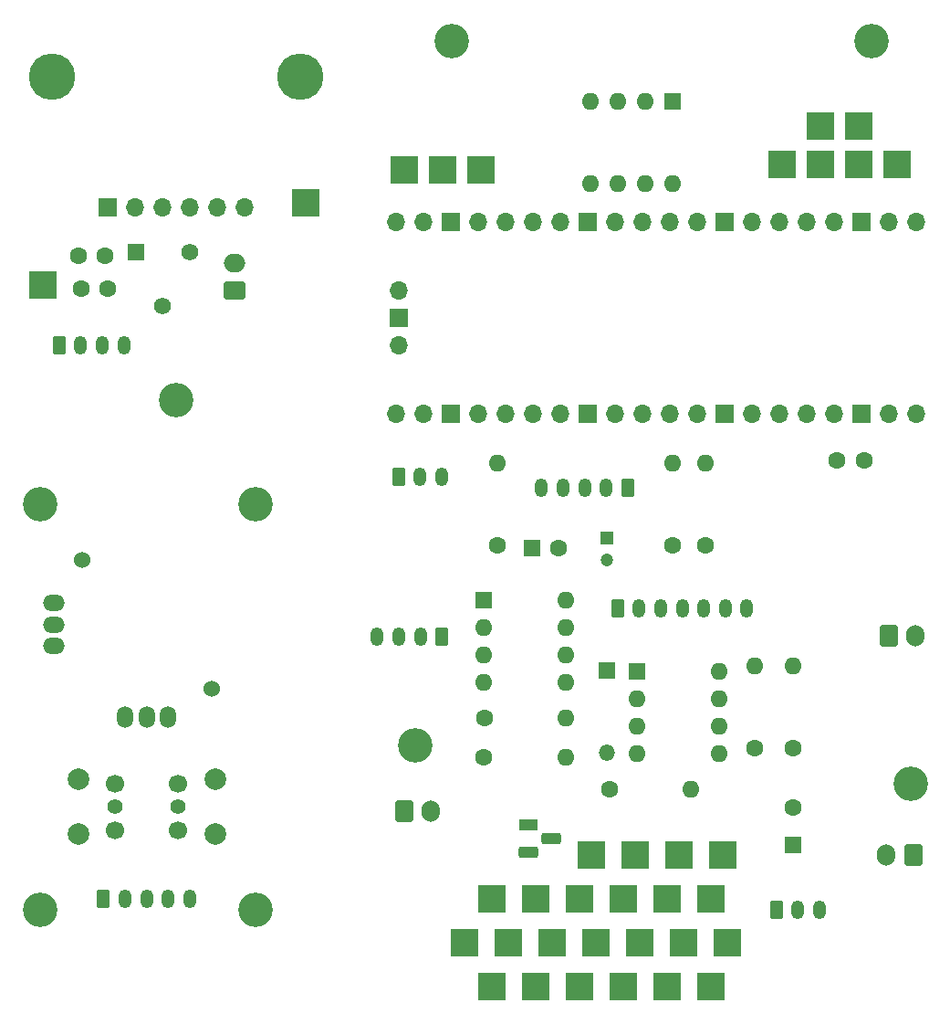
<source format=gbs>
%TF.GenerationSoftware,KiCad,Pcbnew,6.0.11+dfsg-1~bpo11+1*%
%TF.CreationDate,2025-04-08T22:30:36+02:00*%
%TF.ProjectId,v4d2_pico,76346432-5f70-4696-936f-2e6b69636164,rev?*%
%TF.SameCoordinates,Original*%
%TF.FileFunction,Soldermask,Bot*%
%TF.FilePolarity,Negative*%
%FSLAX46Y46*%
G04 Gerber Fmt 4.6, Leading zero omitted, Abs format (unit mm)*
G04 Created by KiCad (PCBNEW 6.0.11+dfsg-1~bpo11+1) date 2025-04-08 22:30:36*
%MOMM*%
%LPD*%
G01*
G04 APERTURE LIST*
G04 Aperture macros list*
%AMRoundRect*
0 Rectangle with rounded corners*
0 $1 Rounding radius*
0 $2 $3 $4 $5 $6 $7 $8 $9 X,Y pos of 4 corners*
0 Add a 4 corners polygon primitive as box body*
4,1,4,$2,$3,$4,$5,$6,$7,$8,$9,$2,$3,0*
0 Add four circle primitives for the rounded corners*
1,1,$1+$1,$2,$3*
1,1,$1+$1,$4,$5*
1,1,$1+$1,$6,$7*
1,1,$1+$1,$8,$9*
0 Add four rect primitives between the rounded corners*
20,1,$1+$1,$2,$3,$4,$5,0*
20,1,$1+$1,$4,$5,$6,$7,0*
20,1,$1+$1,$6,$7,$8,$9,0*
20,1,$1+$1,$8,$9,$2,$3,0*%
G04 Aperture macros list end*
%ADD10C,1.600000*%
%ADD11O,1.600000X1.600000*%
%ADD12R,1.600000X1.600000*%
%ADD13R,2.500000X2.500000*%
%ADD14RoundRect,0.250000X0.350000X0.625000X-0.350000X0.625000X-0.350000X-0.625000X0.350000X-0.625000X0*%
%ADD15O,1.200000X1.750000*%
%ADD16RoundRect,0.250000X-0.350000X-0.625000X0.350000X-0.625000X0.350000X0.625000X-0.350000X0.625000X0*%
%ADD17C,3.200000*%
%ADD18O,1.700000X1.700000*%
%ADD19R,1.700000X1.700000*%
%ADD20RoundRect,0.250000X-0.600000X-0.750000X0.600000X-0.750000X0.600000X0.750000X-0.600000X0.750000X0*%
%ADD21O,1.700000X2.000000*%
%ADD22R,1.500000X1.500000*%
%ADD23O,1.500000X1.500000*%
%ADD24RoundRect,0.250000X0.750000X-0.600000X0.750000X0.600000X-0.750000X0.600000X-0.750000X-0.600000X0*%
%ADD25O,2.000000X1.700000*%
%ADD26C,1.700000*%
%ADD27C,1.400000*%
%ADD28C,2.000000*%
%ADD29C,1.524000*%
%ADD30O,1.524000X2.000000*%
%ADD31O,2.000000X1.524000*%
%ADD32C,4.300000*%
%ADD33R,1.560000X1.560000*%
%ADD34C,1.560000*%
%ADD35R,1.800000X1.100000*%
%ADD36RoundRect,0.275000X-0.625000X0.275000X-0.625000X-0.275000X0.625000X-0.275000X0.625000X0.275000X0*%
%ADD37R,1.200000X1.200000*%
%ADD38C,1.200000*%
%ADD39RoundRect,0.250000X0.600000X0.750000X-0.600000X0.750000X-0.600000X-0.750000X0.600000X-0.750000X0*%
G04 APERTURE END LIST*
D10*
X213614000Y-84074000D03*
D11*
X221114000Y-84074000D03*
D12*
X217975000Y-68326000D03*
D10*
X220475000Y-68326000D03*
X246293000Y-60198000D03*
X248793000Y-60198000D03*
D13*
X222377000Y-100838000D03*
X227605000Y-96774000D03*
X234569000Y-100838000D03*
X234569000Y-108966000D03*
X222377000Y-108966000D03*
X223901000Y-104902000D03*
X223541000Y-96774000D03*
X230505000Y-100838000D03*
X214249000Y-108966000D03*
X235733000Y-96774000D03*
X232029000Y-104902000D03*
X236093000Y-104902000D03*
X214249000Y-100838000D03*
X231669000Y-96774000D03*
X226441000Y-100838000D03*
X218313000Y-108966000D03*
X211709000Y-104902000D03*
X230505000Y-108966000D03*
X227965000Y-104902000D03*
X215773000Y-104902000D03*
X218313000Y-100838000D03*
X226441000Y-108966000D03*
X219837000Y-104902000D03*
X206121000Y-33274000D03*
X209677000Y-33274000D03*
X213233000Y-33274000D03*
D12*
X242189000Y-95886700D03*
D10*
X242189000Y-92386700D03*
D14*
X226885000Y-62780000D03*
D15*
X224885000Y-62780000D03*
X222885000Y-62780000D03*
X220885000Y-62780000D03*
X218885000Y-62780000D03*
D16*
X225933000Y-73914000D03*
D15*
X227933000Y-73914000D03*
X229933000Y-73914000D03*
X231933000Y-73914000D03*
X233933000Y-73914000D03*
X235933000Y-73914000D03*
X237933000Y-73914000D03*
D16*
X205613000Y-61722000D03*
D15*
X207613000Y-61722000D03*
X209613000Y-61722000D03*
D13*
X244729000Y-29210000D03*
X244729000Y-32766000D03*
X248285000Y-29210000D03*
X248285000Y-32766000D03*
X241173000Y-32766000D03*
X251841000Y-32766000D03*
D17*
X249472000Y-21399500D03*
X210534000Y-21399500D03*
D10*
X234061000Y-68072000D03*
D11*
X234061000Y-60452000D03*
D10*
X213487000Y-87757000D03*
D11*
X221107000Y-87757000D03*
D10*
X214757000Y-68072000D03*
D11*
X214757000Y-60452000D03*
D18*
X253635000Y-38100000D03*
X251095000Y-38100000D03*
D19*
X248555000Y-38100000D03*
D18*
X246015000Y-38100000D03*
X243475000Y-38100000D03*
X240935000Y-38100000D03*
X238395000Y-38100000D03*
D19*
X235855000Y-38100000D03*
D18*
X233315000Y-38100000D03*
X230775000Y-38100000D03*
X228235000Y-38100000D03*
X225695000Y-38100000D03*
D19*
X223155000Y-38100000D03*
D18*
X220615000Y-38100000D03*
X218075000Y-38100000D03*
X215535000Y-38100000D03*
X212995000Y-38100000D03*
D19*
X210455000Y-38100000D03*
D18*
X207915000Y-38100000D03*
X205375000Y-38100000D03*
X205375000Y-55880000D03*
X207915000Y-55880000D03*
D19*
X210455000Y-55880000D03*
D18*
X212995000Y-55880000D03*
X215535000Y-55880000D03*
X218075000Y-55880000D03*
X220615000Y-55880000D03*
D19*
X223155000Y-55880000D03*
D18*
X225695000Y-55880000D03*
X228235000Y-55880000D03*
X230775000Y-55880000D03*
X233315000Y-55880000D03*
D19*
X235855000Y-55880000D03*
D18*
X238395000Y-55880000D03*
X240935000Y-55880000D03*
X243475000Y-55880000D03*
X246015000Y-55880000D03*
D19*
X248555000Y-55880000D03*
D18*
X251095000Y-55880000D03*
X253635000Y-55880000D03*
X205605000Y-44450000D03*
D19*
X205605000Y-46990000D03*
D18*
X205605000Y-49530000D03*
D17*
X172343000Y-101878000D03*
D12*
X213497000Y-73162000D03*
D11*
X213497000Y-75702000D03*
X213497000Y-78242000D03*
X213497000Y-80782000D03*
X221117000Y-80782000D03*
X221117000Y-78242000D03*
X221117000Y-75702000D03*
X221117000Y-73162000D03*
D17*
X207137000Y-86614000D03*
D12*
X231003000Y-26934000D03*
D11*
X228463000Y-26934000D03*
X225923000Y-26934000D03*
X223383000Y-26934000D03*
X223383000Y-34554000D03*
X225923000Y-34554000D03*
X228463000Y-34554000D03*
X231003000Y-34554000D03*
D20*
X206121000Y-92710000D03*
D21*
X208621000Y-92710000D03*
D10*
X178649000Y-44296000D03*
X176149000Y-44296000D03*
X238633000Y-86868000D03*
D11*
X238633000Y-79248000D03*
D16*
X240665000Y-101854000D03*
D15*
X242665000Y-101854000D03*
X244665000Y-101854000D03*
D12*
X227721000Y-79766000D03*
D11*
X227721000Y-82306000D03*
X227721000Y-84846000D03*
X227721000Y-87386000D03*
X235341000Y-87386000D03*
X235341000Y-84846000D03*
X235341000Y-82306000D03*
X235341000Y-79766000D03*
D17*
X184969000Y-54638000D03*
D22*
X224917000Y-79751000D03*
D23*
X224917000Y-87371000D03*
D16*
X178245000Y-100838000D03*
D15*
X180245000Y-100838000D03*
X182245000Y-100838000D03*
X184245000Y-100838000D03*
X186245000Y-100838000D03*
D13*
X196977000Y-36322000D03*
D24*
X190373000Y-44450000D03*
D25*
X190373000Y-41950000D03*
D13*
X172593000Y-43942000D03*
D17*
X253111000Y-90170000D03*
D26*
X185195000Y-90186000D03*
D27*
X185195000Y-92336000D03*
D26*
X179295000Y-90186000D03*
D28*
X175895000Y-89796000D03*
X188595000Y-89796000D03*
D26*
X179295000Y-94486000D03*
D28*
X188595000Y-94876000D03*
D27*
X179295000Y-92336000D03*
D28*
X175895000Y-94876000D03*
D26*
X185195000Y-94486000D03*
D29*
X176245000Y-69446000D03*
X188245000Y-81446000D03*
D30*
X180245000Y-84046000D03*
X182245000Y-84046000D03*
X184245000Y-84046000D03*
D31*
X173645000Y-73446000D03*
X173645000Y-75446000D03*
X173645000Y-77446000D03*
D32*
X196469000Y-24638000D03*
D10*
X225231000Y-90678000D03*
D11*
X232731000Y-90678000D03*
D17*
X192343000Y-101878000D03*
D10*
X242189000Y-86868000D03*
D11*
X242189000Y-79248000D03*
D19*
X178619000Y-36816000D03*
D18*
X181159000Y-36816000D03*
X183699000Y-36816000D03*
X186239000Y-36816000D03*
X188779000Y-36816000D03*
X191319000Y-36816000D03*
D33*
X181229000Y-40894000D03*
D34*
X183729000Y-45894000D03*
X186229000Y-40894000D03*
D10*
X178415000Y-41248000D03*
X175915000Y-41248000D03*
D17*
X192343000Y-64262000D03*
D10*
X231013000Y-68072000D03*
D11*
X231013000Y-60452000D03*
D35*
X217675000Y-94032000D03*
D36*
X219745000Y-95302000D03*
X217675000Y-96572000D03*
D17*
X172343000Y-64262000D03*
D20*
X251099000Y-76454000D03*
D21*
X253599000Y-76454000D03*
D32*
X173469000Y-24638000D03*
D37*
X224917000Y-67463000D03*
D38*
X224917000Y-69463000D03*
D16*
X174117000Y-49530000D03*
D15*
X176117000Y-49530000D03*
X178117000Y-49530000D03*
X180117000Y-49530000D03*
D14*
X209645000Y-76544000D03*
D15*
X207645000Y-76544000D03*
X205645000Y-76544000D03*
X203645000Y-76544000D03*
D39*
X253365000Y-96774000D03*
D21*
X250865000Y-96774000D03*
M02*

</source>
